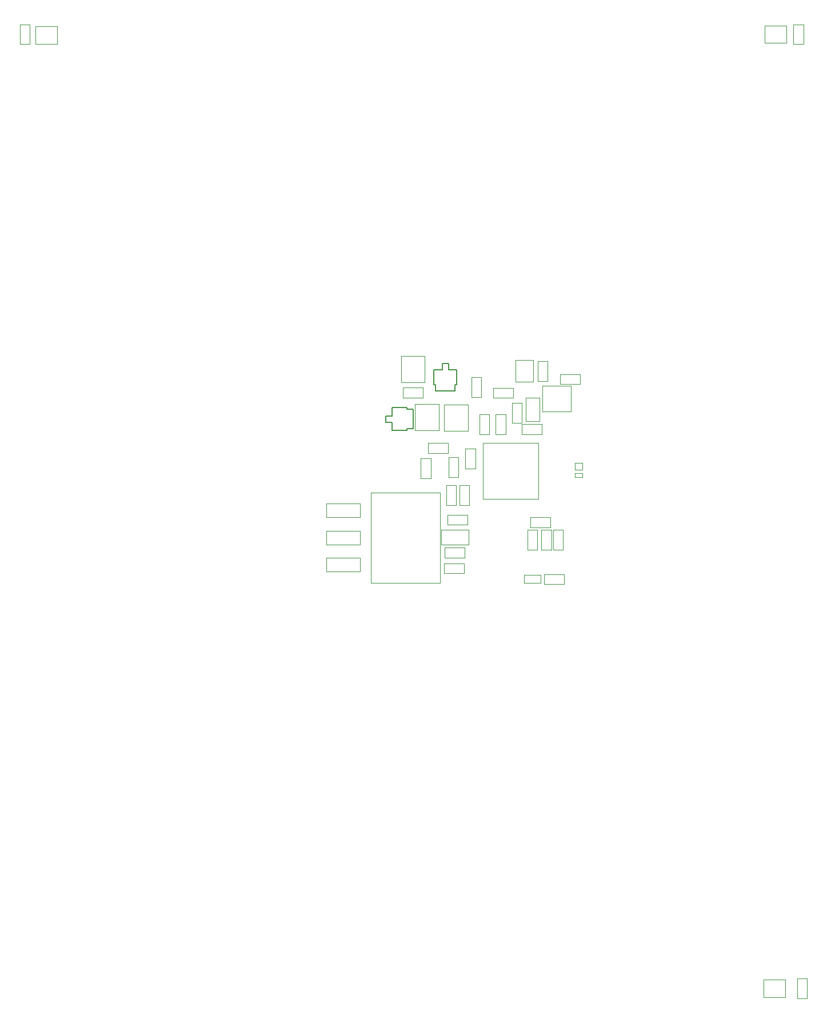
<source format=gbr>
G04 #@! TF.GenerationSoftware,KiCad,Pcbnew,7.0.6*
G04 #@! TF.CreationDate,2023-08-25T14:35:58+01:00*
G04 #@! TF.ProjectId,gdp_flexible,6764705f-666c-4657-9869-626c652e6b69,1.0*
G04 #@! TF.SameCoordinates,Original*
G04 #@! TF.FileFunction,Other,User*
%FSLAX46Y46*%
G04 Gerber Fmt 4.6, Leading zero omitted, Abs format (unit mm)*
G04 Created by KiCad (PCBNEW 7.0.6) date 2023-08-25 14:35:58*
%MOMM*%
%LPD*%
G01*
G04 APERTURE LIST*
%ADD10C,0.050000*%
%ADD11C,0.100000*%
%ADD12C,0.152400*%
G04 APERTURE END LIST*
D10*
X123492220Y-91041218D02*
X123492220Y-88041218D01*
X124992220Y-91041218D02*
X123492220Y-91041218D01*
X123492220Y-88041218D02*
X124992220Y-88041218D01*
X124992220Y-88041218D02*
X124992220Y-91041218D01*
X133622220Y-85271218D02*
X130662220Y-85271218D01*
X133622220Y-83811218D02*
X133622220Y-85271218D01*
X130662220Y-85271218D02*
X130662220Y-83811218D01*
X130662220Y-83811218D02*
X133622220Y-83811218D01*
X128262220Y-113411218D02*
X131222220Y-113411218D01*
X128262220Y-114871218D02*
X128262220Y-113411218D01*
X131222220Y-113411218D02*
X131222220Y-114871218D01*
X131222220Y-114871218D02*
X128262220Y-114871218D01*
X50612220Y-34921218D02*
X50612220Y-31961218D01*
X52072220Y-34921218D02*
X50612220Y-34921218D01*
X50612220Y-31961218D02*
X52072220Y-31961218D01*
X52072220Y-31961218D02*
X52072220Y-34921218D01*
X127858841Y-109829160D02*
X127858841Y-106879160D01*
X129358841Y-109829160D02*
X127858841Y-109829160D01*
X127858841Y-106879160D02*
X129358841Y-106879160D01*
X129358841Y-106879160D02*
X129358841Y-109829160D01*
X128772220Y-81861218D02*
X128772220Y-84821218D01*
X127312220Y-81861218D02*
X128772220Y-81861218D01*
X128772220Y-84821218D02*
X127312220Y-84821218D01*
X127312220Y-84821218D02*
X127312220Y-81861218D01*
X112712220Y-88191218D02*
X112712220Y-92091218D01*
X109172220Y-88191218D02*
X112712220Y-88191218D01*
X112712220Y-92091218D02*
X109172220Y-92091218D01*
X109172220Y-92091218D02*
X109172220Y-88191218D01*
X113812220Y-103221218D02*
X113812220Y-100261218D01*
X115272220Y-103221218D02*
X113812220Y-103221218D01*
X113812220Y-100261218D02*
X115272220Y-100261218D01*
X115272220Y-100261218D02*
X115272220Y-103221218D01*
X124042220Y-84941218D02*
X124042220Y-81741218D01*
X126642220Y-84941218D02*
X124042220Y-84941218D01*
X124042220Y-81741218D02*
X126642220Y-81741218D01*
X126642220Y-81741218D02*
X126642220Y-84941218D01*
X165770000Y-176280000D02*
X165770000Y-173320000D01*
X167230000Y-176280000D02*
X165770000Y-176280000D01*
X165770000Y-173320000D02*
X167230000Y-173320000D01*
X167230000Y-173320000D02*
X167230000Y-176280000D01*
X127584672Y-87291218D02*
X127584672Y-90791218D01*
X125584672Y-87291218D02*
X127584672Y-87291218D01*
X127584672Y-90791218D02*
X125584672Y-90791218D01*
X125584672Y-90791218D02*
X125584672Y-87291218D01*
X96035946Y-113015000D02*
X101035946Y-113015000D01*
X101035946Y-113015000D02*
X101035946Y-111000000D01*
X96035946Y-110985000D02*
X96035946Y-113015000D01*
X96035946Y-110985000D02*
X101035946Y-110985000D01*
X127767220Y-114741218D02*
X125317220Y-114741218D01*
X127767220Y-113541218D02*
X127767220Y-114741218D01*
X125317220Y-114741218D02*
X125317220Y-113541218D01*
X125317220Y-113541218D02*
X127767220Y-113541218D01*
X52942220Y-32241218D02*
X56142220Y-32241218D01*
X52942220Y-34841218D02*
X52942220Y-32241218D01*
X56142220Y-32241218D02*
X56142220Y-34841218D01*
X56142220Y-34841218D02*
X52942220Y-34841218D01*
X165212220Y-34921218D02*
X165212220Y-31961218D01*
X166672220Y-34921218D02*
X165212220Y-34921218D01*
X165212220Y-31961218D02*
X166672220Y-31961218D01*
X166672220Y-31961218D02*
X166672220Y-34921218D01*
X117512220Y-87221218D02*
X117512220Y-84261218D01*
X118972220Y-87221218D02*
X117512220Y-87221218D01*
X117512220Y-84261218D02*
X118972220Y-84261218D01*
X118972220Y-84261218D02*
X118972220Y-87221218D01*
X125812220Y-109821218D02*
X125812220Y-106861218D01*
X127272220Y-109821218D02*
X125812220Y-109821218D01*
X125812220Y-106861218D02*
X127272220Y-106861218D01*
X127272220Y-106861218D02*
X127272220Y-109821218D01*
X112892220Y-101341218D02*
X112892220Y-114741218D01*
X102592220Y-101341218D02*
X112892220Y-101341218D01*
X112892220Y-114741218D02*
X102592220Y-114741218D01*
X102592220Y-114741218D02*
X102592220Y-101341218D01*
D11*
X113042220Y-106816218D02*
X117092220Y-106816218D01*
X113042220Y-109066218D02*
X113042220Y-106816218D01*
X117092220Y-106816218D02*
X117092220Y-109066218D01*
X117092220Y-109066218D02*
X113042220Y-109066218D01*
D10*
X132883755Y-98458600D02*
X133950555Y-98458600D01*
X133950555Y-98458600D02*
X133950555Y-99017400D01*
X133950555Y-99017400D02*
X132883755Y-99017400D01*
X132883755Y-99017400D02*
X132883755Y-98458600D01*
X120762220Y-85811218D02*
X123722220Y-85811218D01*
X120762220Y-87271218D02*
X120762220Y-85811218D01*
X123722220Y-85811218D02*
X123722220Y-87271218D01*
X123722220Y-87271218D02*
X120762220Y-87271218D01*
D12*
X111940420Y-83161718D02*
X113172320Y-83161718D01*
X111940420Y-85320718D02*
X111940420Y-83161718D01*
X111940420Y-85320718D02*
X112222320Y-85320718D01*
X112222320Y-85320718D02*
X112222320Y-86247818D01*
X112222320Y-86247818D02*
X115062120Y-86247818D01*
X113172320Y-82234618D02*
X114112120Y-82234618D01*
X113172320Y-83161718D02*
X113172320Y-82234618D01*
X114112120Y-83161718D02*
X114112120Y-82234618D01*
X115062120Y-85320718D02*
X115062120Y-86247818D01*
X115344020Y-83161718D02*
X114112120Y-83161718D01*
X115344020Y-83161718D02*
X115344020Y-85320718D01*
X115344020Y-85320718D02*
X115062120Y-85320718D01*
D10*
X118072220Y-94861218D02*
X118072220Y-97821218D01*
X116612220Y-94861218D02*
X118072220Y-94861218D01*
X118072220Y-97821218D02*
X116612220Y-97821218D01*
X116612220Y-97821218D02*
X116612220Y-94861218D01*
X124962220Y-91211218D02*
X127922220Y-91211218D01*
X124962220Y-92671218D02*
X124962220Y-91211218D01*
X127922220Y-91211218D02*
X127922220Y-92671218D01*
X127922220Y-92671218D02*
X124962220Y-92671218D01*
X115572220Y-96061218D02*
X115572220Y-99021218D01*
X114112220Y-96061218D02*
X115572220Y-96061218D01*
X115572220Y-99021218D02*
X114112220Y-99021218D01*
X114112220Y-99021218D02*
X114112220Y-96061218D01*
X96035946Y-105019079D02*
X101035946Y-105019079D01*
X101035946Y-105019079D02*
X101035946Y-103004079D01*
X96035946Y-102989079D02*
X96035946Y-105019079D01*
X96035946Y-102989079D02*
X101035946Y-102989079D01*
X113472220Y-92191218D02*
X113472220Y-88291218D01*
X117012220Y-92191218D02*
X113472220Y-92191218D01*
X113472220Y-88291218D02*
X117012220Y-88291218D01*
X117012220Y-88291218D02*
X117012220Y-92191218D01*
D11*
X128042220Y-85541218D02*
X132242220Y-85541218D01*
X128042220Y-89341218D02*
X128042220Y-85541218D01*
X132242220Y-85541218D02*
X132242220Y-89341218D01*
X132242220Y-89341218D02*
X128042220Y-89341218D01*
D10*
X131072220Y-106861218D02*
X131072220Y-109821218D01*
X129612220Y-106861218D02*
X131072220Y-106861218D01*
X131072220Y-109821218D02*
X129612220Y-109821218D01*
X129612220Y-109821218D02*
X129612220Y-106861218D01*
X121112220Y-92721218D02*
X121112220Y-89761218D01*
X122572220Y-92721218D02*
X121112220Y-92721218D01*
X121112220Y-89761218D02*
X122572220Y-89761218D01*
X122572220Y-89761218D02*
X122572220Y-92721218D01*
X118712220Y-92721218D02*
X118712220Y-89761218D01*
X120172220Y-92721218D02*
X118712220Y-92721218D01*
X118712220Y-89761218D02*
X120172220Y-89761218D01*
X120172220Y-89761218D02*
X120172220Y-92721218D01*
X116922220Y-106071218D02*
X113962220Y-106071218D01*
X116922220Y-104611218D02*
X116922220Y-106071218D01*
X113962220Y-106071218D02*
X113962220Y-104611218D01*
X113962220Y-104611218D02*
X116922220Y-104611218D01*
X107342220Y-85791218D02*
X110342220Y-85791218D01*
X107342220Y-87291218D02*
X107342220Y-85791218D01*
X110342220Y-85791218D02*
X110342220Y-87291218D01*
X110342220Y-87291218D02*
X107342220Y-87291218D01*
X96035946Y-109015000D02*
X101035946Y-109015000D01*
X101035946Y-109015000D02*
X101035946Y-107000000D01*
X96035946Y-106985000D02*
X96035946Y-109015000D01*
X96035946Y-106985000D02*
X101035946Y-106985000D01*
X115712220Y-103221218D02*
X115712220Y-100261218D01*
X117172220Y-103221218D02*
X115712220Y-103221218D01*
X115712220Y-100261218D02*
X117172220Y-100261218D01*
X117172220Y-100261218D02*
X117172220Y-103221218D01*
X114022220Y-95471218D02*
X111062220Y-95471218D01*
X114022220Y-94011218D02*
X114022220Y-95471218D01*
X111062220Y-95471218D02*
X111062220Y-94011218D01*
X111062220Y-94011218D02*
X114022220Y-94011218D01*
X119179580Y-102251050D02*
X119179580Y-94001050D01*
X127429580Y-102251050D02*
X119179580Y-102251050D01*
X119179580Y-94001050D02*
X127429580Y-94001050D01*
X127429580Y-94001050D02*
X127429580Y-102251050D01*
X110012220Y-99221218D02*
X110012220Y-96261218D01*
X111472220Y-99221218D02*
X110012220Y-99221218D01*
X110012220Y-96261218D02*
X111472220Y-96261218D01*
X111472220Y-96261218D02*
X111472220Y-99221218D01*
X132851155Y-96903300D02*
X133917955Y-96903300D01*
X133917955Y-96903300D02*
X133917955Y-97970100D01*
X133917955Y-97970100D02*
X132851155Y-97970100D01*
X132851155Y-97970100D02*
X132851155Y-96903300D01*
X160800000Y-173500000D02*
X164000000Y-173500000D01*
X160800000Y-176100000D02*
X160800000Y-173500000D01*
X164000000Y-173500000D02*
X164000000Y-176100000D01*
X164000000Y-176100000D02*
X160800000Y-176100000D01*
X107072220Y-84991218D02*
X107072220Y-81091218D01*
X110612220Y-84991218D02*
X107072220Y-84991218D01*
X107072220Y-81091218D02*
X110612220Y-81091218D01*
X110612220Y-81091218D02*
X110612220Y-84991218D01*
X113462220Y-111811218D02*
X116422220Y-111811218D01*
X113462220Y-113271218D02*
X113462220Y-111811218D01*
X116422220Y-111811218D02*
X116422220Y-113271218D01*
X116422220Y-113271218D02*
X113462220Y-113271218D01*
X116522220Y-110971218D02*
X113562220Y-110971218D01*
X116522220Y-109511218D02*
X116522220Y-110971218D01*
X113562220Y-110971218D02*
X113562220Y-109511218D01*
X113562220Y-109511218D02*
X116522220Y-109511218D01*
X126262220Y-105011218D02*
X129222220Y-105011218D01*
X126262220Y-106471218D02*
X126262220Y-105011218D01*
X129222220Y-105011218D02*
X129222220Y-106471218D01*
X129222220Y-106471218D02*
X126262220Y-106471218D01*
X160942220Y-32141218D02*
X164142220Y-32141218D01*
X160942220Y-34741218D02*
X160942220Y-32141218D01*
X164142220Y-32141218D02*
X164142220Y-34741218D01*
X164142220Y-34741218D02*
X160942220Y-34741218D01*
D12*
X105762720Y-92143018D02*
X105762720Y-90911118D01*
X107921720Y-92143018D02*
X105762720Y-92143018D01*
X107921720Y-92143018D02*
X107921720Y-91861118D01*
X107921720Y-91861118D02*
X108848820Y-91861118D01*
X108848820Y-91861118D02*
X108848820Y-89021318D01*
X104835620Y-90911118D02*
X104835620Y-89971318D01*
X105762720Y-90911118D02*
X104835620Y-90911118D01*
X105762720Y-89971318D02*
X104835620Y-89971318D01*
X107921720Y-89021318D02*
X108848820Y-89021318D01*
X105762720Y-88739418D02*
X105762720Y-89971318D01*
X105762720Y-88739418D02*
X107921720Y-88739418D01*
X107921720Y-88739418D02*
X107921720Y-89021318D01*
M02*

</source>
